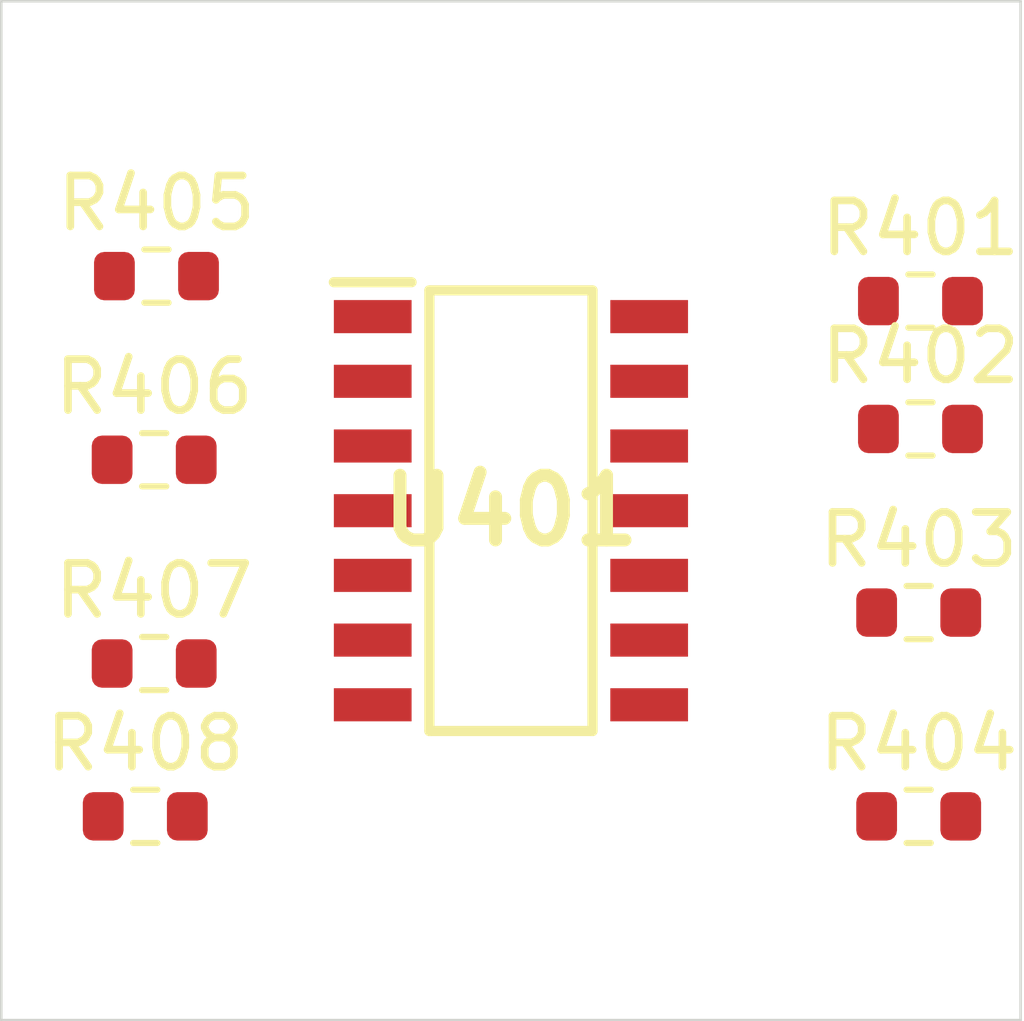
<source format=kicad_pcb>
(kicad_pcb (version 20171130) (host pcbnew 5.1.12-84ad8e8a86~92~ubuntu18.04.1)

  (general
    (thickness 1.6)
    (drawings 4)
    (tracks 0)
    (zones 0)
    (modules 9)
    (nets 14)
  )

  (page A4)
  (layers
    (0 F.Cu signal)
    (31 B.Cu signal)
    (32 B.Adhes user)
    (33 F.Adhes user)
    (34 B.Paste user)
    (35 F.Paste user)
    (36 B.SilkS user)
    (37 F.SilkS user)
    (38 B.Mask user)
    (39 F.Mask user)
    (40 Dwgs.User user)
    (41 Cmts.User user)
    (42 Eco1.User user)
    (43 Eco2.User user)
    (44 Edge.Cuts user)
    (45 Margin user)
    (46 B.CrtYd user)
    (47 F.CrtYd user)
    (48 B.Fab user)
    (49 F.Fab user)
  )

  (setup
    (last_trace_width 0.25)
    (trace_clearance 0.2)
    (zone_clearance 0.508)
    (zone_45_only no)
    (trace_min 0.2)
    (via_size 0.8)
    (via_drill 0.4)
    (via_min_size 0.4)
    (via_min_drill 0.3)
    (uvia_size 0.3)
    (uvia_drill 0.1)
    (uvias_allowed no)
    (uvia_min_size 0.2)
    (uvia_min_drill 0.1)
    (edge_width 0.05)
    (segment_width 0.2)
    (pcb_text_width 0.3)
    (pcb_text_size 1.5 1.5)
    (mod_edge_width 0.12)
    (mod_text_size 1 1)
    (mod_text_width 0.15)
    (pad_size 1.524 1.524)
    (pad_drill 0.762)
    (pad_to_mask_clearance 0)
    (aux_axis_origin 0 0)
    (visible_elements FFFFFF7F)
    (pcbplotparams
      (layerselection 0x010fc_ffffffff)
      (usegerberextensions false)
      (usegerberattributes true)
      (usegerberadvancedattributes true)
      (creategerberjobfile true)
      (excludeedgelayer true)
      (linewidth 0.100000)
      (plotframeref false)
      (viasonmask false)
      (mode 1)
      (useauxorigin false)
      (hpglpennumber 1)
      (hpglpenspeed 20)
      (hpglpendiameter 15.000000)
      (psnegative false)
      (psa4output false)
      (plotreference true)
      (plotvalue true)
      (plotinvisibletext false)
      (padsonsilk false)
      (subtractmaskfromsilk false)
      (outputformat 1)
      (mirror false)
      (drillshape 1)
      (scaleselection 1)
      (outputdirectory ""))
  )

  (net 0 "")
  (net 1 /Sheet6235D886/vp)
  (net 2 /Sheet6248AD22/chn0)
  (net 3 /Sheet6248AD22/chn1)
  (net 4 /Sheet6248AD22/chn2)
  (net 5 /Sheet6248AD22/chn3)
  (net 6 "Net-(R401-Pad2)")
  (net 7 "Net-(R402-Pad2)")
  (net 8 "Net-(R403-Pad2)")
  (net 9 "Net-(R404-Pad2)")
  (net 10 /Sheet6248AD22/chn0_n)
  (net 11 /Sheet6248AD22/chn1_n)
  (net 12 /Sheet6248AD22/chn2_n)
  (net 13 /Sheet6248AD22/chn3_n)

  (net_class Default "This is the default net class."
    (clearance 0.2)
    (trace_width 0.25)
    (via_dia 0.8)
    (via_drill 0.4)
    (uvia_dia 0.3)
    (uvia_drill 0.1)
    (add_net /Sheet6235D886/vp)
    (add_net /Sheet6248AD22/chn0)
    (add_net /Sheet6248AD22/chn0_n)
    (add_net /Sheet6248AD22/chn1)
    (add_net /Sheet6248AD22/chn1_n)
    (add_net /Sheet6248AD22/chn2)
    (add_net /Sheet6248AD22/chn2_n)
    (add_net /Sheet6248AD22/chn3)
    (add_net /Sheet6248AD22/chn3_n)
    (add_net "Net-(R401-Pad2)")
    (add_net "Net-(R402-Pad2)")
    (add_net "Net-(R403-Pad2)")
    (add_net "Net-(R404-Pad2)")
  )

  (module Resistor_SMD:R_0603_1608Metric (layer F.Cu) (tedit 5F68FEEE) (tstamp 623425C8)
    (at 98.035001 105.885001)
    (descr "Resistor SMD 0603 (1608 Metric), square (rectangular) end terminal, IPC_7351 nominal, (Body size source: IPC-SM-782 page 72, https://www.pcb-3d.com/wordpress/wp-content/uploads/ipc-sm-782a_amendment_1_and_2.pdf), generated with kicad-footprint-generator")
    (tags resistor)
    (path /6248AD23/6249ADFD)
    (attr smd)
    (fp_text reference R401 (at 0 -1.43) (layer F.SilkS)
      (effects (font (size 1 1) (thickness 0.15)))
    )
    (fp_text value 10M (at 0 1.43) (layer F.Fab)
      (effects (font (size 1 1) (thickness 0.15)))
    )
    (fp_line (start -0.8 0.4125) (end -0.8 -0.4125) (layer F.Fab) (width 0.1))
    (fp_line (start -0.8 -0.4125) (end 0.8 -0.4125) (layer F.Fab) (width 0.1))
    (fp_line (start 0.8 -0.4125) (end 0.8 0.4125) (layer F.Fab) (width 0.1))
    (fp_line (start 0.8 0.4125) (end -0.8 0.4125) (layer F.Fab) (width 0.1))
    (fp_line (start -0.237258 -0.5225) (end 0.237258 -0.5225) (layer F.SilkS) (width 0.12))
    (fp_line (start -0.237258 0.5225) (end 0.237258 0.5225) (layer F.SilkS) (width 0.12))
    (fp_line (start -1.48 0.73) (end -1.48 -0.73) (layer F.CrtYd) (width 0.05))
    (fp_line (start -1.48 -0.73) (end 1.48 -0.73) (layer F.CrtYd) (width 0.05))
    (fp_line (start 1.48 -0.73) (end 1.48 0.73) (layer F.CrtYd) (width 0.05))
    (fp_line (start 1.48 0.73) (end -1.48 0.73) (layer F.CrtYd) (width 0.05))
    (fp_text user %R (at 0 0) (layer F.Fab)
      (effects (font (size 0.4 0.4) (thickness 0.06)))
    )
    (pad 2 smd roundrect (at 0.825 0) (size 0.8 0.95) (layers F.Cu F.Paste F.Mask) (roundrect_rratio 0.25)
      (net 6 "Net-(R401-Pad2)"))
    (pad 1 smd roundrect (at -0.825 0) (size 0.8 0.95) (layers F.Cu F.Paste F.Mask) (roundrect_rratio 0.25)
      (net 10 /Sheet6248AD22/chn0_n))
    (model ${KISYS3DMOD}/Resistor_SMD.3dshapes/R_0603_1608Metric.wrl
      (at (xyz 0 0 0))
      (scale (xyz 1 1 1))
      (rotate (xyz 0 0 0))
    )
  )

  (module Resistor_SMD:R_0603_1608Metric (layer F.Cu) (tedit 5F68FEEE) (tstamp 623425D9)
    (at 98.035001 108.395001)
    (descr "Resistor SMD 0603 (1608 Metric), square (rectangular) end terminal, IPC_7351 nominal, (Body size source: IPC-SM-782 page 72, https://www.pcb-3d.com/wordpress/wp-content/uploads/ipc-sm-782a_amendment_1_and_2.pdf), generated with kicad-footprint-generator")
    (tags resistor)
    (path /6248AD23/6249B75E)
    (attr smd)
    (fp_text reference R402 (at 0 -1.43) (layer F.SilkS)
      (effects (font (size 1 1) (thickness 0.15)))
    )
    (fp_text value 10M (at 0 1.43) (layer F.Fab)
      (effects (font (size 1 1) (thickness 0.15)))
    )
    (fp_line (start 1.48 0.73) (end -1.48 0.73) (layer F.CrtYd) (width 0.05))
    (fp_line (start 1.48 -0.73) (end 1.48 0.73) (layer F.CrtYd) (width 0.05))
    (fp_line (start -1.48 -0.73) (end 1.48 -0.73) (layer F.CrtYd) (width 0.05))
    (fp_line (start -1.48 0.73) (end -1.48 -0.73) (layer F.CrtYd) (width 0.05))
    (fp_line (start -0.237258 0.5225) (end 0.237258 0.5225) (layer F.SilkS) (width 0.12))
    (fp_line (start -0.237258 -0.5225) (end 0.237258 -0.5225) (layer F.SilkS) (width 0.12))
    (fp_line (start 0.8 0.4125) (end -0.8 0.4125) (layer F.Fab) (width 0.1))
    (fp_line (start 0.8 -0.4125) (end 0.8 0.4125) (layer F.Fab) (width 0.1))
    (fp_line (start -0.8 -0.4125) (end 0.8 -0.4125) (layer F.Fab) (width 0.1))
    (fp_line (start -0.8 0.4125) (end -0.8 -0.4125) (layer F.Fab) (width 0.1))
    (fp_text user %R (at 0 0) (layer F.Fab)
      (effects (font (size 0.4 0.4) (thickness 0.06)))
    )
    (pad 1 smd roundrect (at -0.825 0) (size 0.8 0.95) (layers F.Cu F.Paste F.Mask) (roundrect_rratio 0.25)
      (net 11 /Sheet6248AD22/chn1_n))
    (pad 2 smd roundrect (at 0.825 0) (size 0.8 0.95) (layers F.Cu F.Paste F.Mask) (roundrect_rratio 0.25)
      (net 7 "Net-(R402-Pad2)"))
    (model ${KISYS3DMOD}/Resistor_SMD.3dshapes/R_0603_1608Metric.wrl
      (at (xyz 0 0 0))
      (scale (xyz 1 1 1))
      (rotate (xyz 0 0 0))
    )
  )

  (module Resistor_SMD:R_0603_1608Metric (layer F.Cu) (tedit 5F68FEEE) (tstamp 623425EA)
    (at 98 112)
    (descr "Resistor SMD 0603 (1608 Metric), square (rectangular) end terminal, IPC_7351 nominal, (Body size source: IPC-SM-782 page 72, https://www.pcb-3d.com/wordpress/wp-content/uploads/ipc-sm-782a_amendment_1_and_2.pdf), generated with kicad-footprint-generator")
    (tags resistor)
    (path /6248AD23/6249FB7A)
    (attr smd)
    (fp_text reference R403 (at 0 -1.43) (layer F.SilkS)
      (effects (font (size 1 1) (thickness 0.15)))
    )
    (fp_text value 10M (at 0 1.43) (layer F.Fab)
      (effects (font (size 1 1) (thickness 0.15)))
    )
    (fp_line (start 1.48 0.73) (end -1.48 0.73) (layer F.CrtYd) (width 0.05))
    (fp_line (start 1.48 -0.73) (end 1.48 0.73) (layer F.CrtYd) (width 0.05))
    (fp_line (start -1.48 -0.73) (end 1.48 -0.73) (layer F.CrtYd) (width 0.05))
    (fp_line (start -1.48 0.73) (end -1.48 -0.73) (layer F.CrtYd) (width 0.05))
    (fp_line (start -0.237258 0.5225) (end 0.237258 0.5225) (layer F.SilkS) (width 0.12))
    (fp_line (start -0.237258 -0.5225) (end 0.237258 -0.5225) (layer F.SilkS) (width 0.12))
    (fp_line (start 0.8 0.4125) (end -0.8 0.4125) (layer F.Fab) (width 0.1))
    (fp_line (start 0.8 -0.4125) (end 0.8 0.4125) (layer F.Fab) (width 0.1))
    (fp_line (start -0.8 -0.4125) (end 0.8 -0.4125) (layer F.Fab) (width 0.1))
    (fp_line (start -0.8 0.4125) (end -0.8 -0.4125) (layer F.Fab) (width 0.1))
    (fp_text user %R (at 0 0) (layer F.Fab)
      (effects (font (size 0.4 0.4) (thickness 0.06)))
    )
    (pad 1 smd roundrect (at -0.825 0) (size 0.8 0.95) (layers F.Cu F.Paste F.Mask) (roundrect_rratio 0.25)
      (net 12 /Sheet6248AD22/chn2_n))
    (pad 2 smd roundrect (at 0.825 0) (size 0.8 0.95) (layers F.Cu F.Paste F.Mask) (roundrect_rratio 0.25)
      (net 8 "Net-(R403-Pad2)"))
    (model ${KISYS3DMOD}/Resistor_SMD.3dshapes/R_0603_1608Metric.wrl
      (at (xyz 0 0 0))
      (scale (xyz 1 1 1))
      (rotate (xyz 0 0 0))
    )
  )

  (module Resistor_SMD:R_0603_1608Metric (layer F.Cu) (tedit 5F68FEEE) (tstamp 623425FB)
    (at 98 116)
    (descr "Resistor SMD 0603 (1608 Metric), square (rectangular) end terminal, IPC_7351 nominal, (Body size source: IPC-SM-782 page 72, https://www.pcb-3d.com/wordpress/wp-content/uploads/ipc-sm-782a_amendment_1_and_2.pdf), generated with kicad-footprint-generator")
    (tags resistor)
    (path /6248AD23/6249FB74)
    (attr smd)
    (fp_text reference R404 (at 0 -1.43) (layer F.SilkS)
      (effects (font (size 1 1) (thickness 0.15)))
    )
    (fp_text value 10M (at 0 1.43) (layer F.Fab)
      (effects (font (size 1 1) (thickness 0.15)))
    )
    (fp_line (start -0.8 0.4125) (end -0.8 -0.4125) (layer F.Fab) (width 0.1))
    (fp_line (start -0.8 -0.4125) (end 0.8 -0.4125) (layer F.Fab) (width 0.1))
    (fp_line (start 0.8 -0.4125) (end 0.8 0.4125) (layer F.Fab) (width 0.1))
    (fp_line (start 0.8 0.4125) (end -0.8 0.4125) (layer F.Fab) (width 0.1))
    (fp_line (start -0.237258 -0.5225) (end 0.237258 -0.5225) (layer F.SilkS) (width 0.12))
    (fp_line (start -0.237258 0.5225) (end 0.237258 0.5225) (layer F.SilkS) (width 0.12))
    (fp_line (start -1.48 0.73) (end -1.48 -0.73) (layer F.CrtYd) (width 0.05))
    (fp_line (start -1.48 -0.73) (end 1.48 -0.73) (layer F.CrtYd) (width 0.05))
    (fp_line (start 1.48 -0.73) (end 1.48 0.73) (layer F.CrtYd) (width 0.05))
    (fp_line (start 1.48 0.73) (end -1.48 0.73) (layer F.CrtYd) (width 0.05))
    (fp_text user %R (at 0 0) (layer F.Fab)
      (effects (font (size 0.4 0.4) (thickness 0.06)))
    )
    (pad 2 smd roundrect (at 0.825 0) (size 0.8 0.95) (layers F.Cu F.Paste F.Mask) (roundrect_rratio 0.25)
      (net 9 "Net-(R404-Pad2)"))
    (pad 1 smd roundrect (at -0.825 0) (size 0.8 0.95) (layers F.Cu F.Paste F.Mask) (roundrect_rratio 0.25)
      (net 13 /Sheet6248AD22/chn3_n))
    (model ${KISYS3DMOD}/Resistor_SMD.3dshapes/R_0603_1608Metric.wrl
      (at (xyz 0 0 0))
      (scale (xyz 1 1 1))
      (rotate (xyz 0 0 0))
    )
  )

  (module Resistor_SMD:R_0603_1608Metric (layer F.Cu) (tedit 5F68FEEE) (tstamp 6234260C)
    (at 83.045001 105.395001)
    (descr "Resistor SMD 0603 (1608 Metric), square (rectangular) end terminal, IPC_7351 nominal, (Body size source: IPC-SM-782 page 72, https://www.pcb-3d.com/wordpress/wp-content/uploads/ipc-sm-782a_amendment_1_and_2.pdf), generated with kicad-footprint-generator")
    (tags resistor)
    (path /6248AD23/62497F62)
    (attr smd)
    (fp_text reference R405 (at 0 -1.43) (layer F.SilkS)
      (effects (font (size 1 1) (thickness 0.15)))
    )
    (fp_text value 750k (at 0 1.43) (layer F.Fab)
      (effects (font (size 1 1) (thickness 0.15)))
    )
    (fp_line (start -0.8 0.4125) (end -0.8 -0.4125) (layer F.Fab) (width 0.1))
    (fp_line (start -0.8 -0.4125) (end 0.8 -0.4125) (layer F.Fab) (width 0.1))
    (fp_line (start 0.8 -0.4125) (end 0.8 0.4125) (layer F.Fab) (width 0.1))
    (fp_line (start 0.8 0.4125) (end -0.8 0.4125) (layer F.Fab) (width 0.1))
    (fp_line (start -0.237258 -0.5225) (end 0.237258 -0.5225) (layer F.SilkS) (width 0.12))
    (fp_line (start -0.237258 0.5225) (end 0.237258 0.5225) (layer F.SilkS) (width 0.12))
    (fp_line (start -1.48 0.73) (end -1.48 -0.73) (layer F.CrtYd) (width 0.05))
    (fp_line (start -1.48 -0.73) (end 1.48 -0.73) (layer F.CrtYd) (width 0.05))
    (fp_line (start 1.48 -0.73) (end 1.48 0.73) (layer F.CrtYd) (width 0.05))
    (fp_line (start 1.48 0.73) (end -1.48 0.73) (layer F.CrtYd) (width 0.05))
    (fp_text user %R (at 0 0) (layer F.Fab)
      (effects (font (size 0.4 0.4) (thickness 0.06)))
    )
    (pad 2 smd roundrect (at 0.825 0) (size 0.8 0.95) (layers F.Cu F.Paste F.Mask) (roundrect_rratio 0.25)
      (net 6 "Net-(R401-Pad2)"))
    (pad 1 smd roundrect (at -0.825 0) (size 0.8 0.95) (layers F.Cu F.Paste F.Mask) (roundrect_rratio 0.25)
      (net 1 /Sheet6235D886/vp))
    (model ${KISYS3DMOD}/Resistor_SMD.3dshapes/R_0603_1608Metric.wrl
      (at (xyz 0 0 0))
      (scale (xyz 1 1 1))
      (rotate (xyz 0 0 0))
    )
  )

  (module Resistor_SMD:R_0603_1608Metric (layer F.Cu) (tedit 5F68FEEE) (tstamp 6234261D)
    (at 83 109)
    (descr "Resistor SMD 0603 (1608 Metric), square (rectangular) end terminal, IPC_7351 nominal, (Body size source: IPC-SM-782 page 72, https://www.pcb-3d.com/wordpress/wp-content/uploads/ipc-sm-782a_amendment_1_and_2.pdf), generated with kicad-footprint-generator")
    (tags resistor)
    (path /6248AD23/62499098)
    (attr smd)
    (fp_text reference R406 (at 0 -1.43) (layer F.SilkS)
      (effects (font (size 1 1) (thickness 0.15)))
    )
    (fp_text value 750k (at 0 1.43) (layer F.Fab)
      (effects (font (size 1 1) (thickness 0.15)))
    )
    (fp_line (start 1.48 0.73) (end -1.48 0.73) (layer F.CrtYd) (width 0.05))
    (fp_line (start 1.48 -0.73) (end 1.48 0.73) (layer F.CrtYd) (width 0.05))
    (fp_line (start -1.48 -0.73) (end 1.48 -0.73) (layer F.CrtYd) (width 0.05))
    (fp_line (start -1.48 0.73) (end -1.48 -0.73) (layer F.CrtYd) (width 0.05))
    (fp_line (start -0.237258 0.5225) (end 0.237258 0.5225) (layer F.SilkS) (width 0.12))
    (fp_line (start -0.237258 -0.5225) (end 0.237258 -0.5225) (layer F.SilkS) (width 0.12))
    (fp_line (start 0.8 0.4125) (end -0.8 0.4125) (layer F.Fab) (width 0.1))
    (fp_line (start 0.8 -0.4125) (end 0.8 0.4125) (layer F.Fab) (width 0.1))
    (fp_line (start -0.8 -0.4125) (end 0.8 -0.4125) (layer F.Fab) (width 0.1))
    (fp_line (start -0.8 0.4125) (end -0.8 -0.4125) (layer F.Fab) (width 0.1))
    (fp_text user %R (at 0 0) (layer F.Fab)
      (effects (font (size 0.4 0.4) (thickness 0.06)))
    )
    (pad 1 smd roundrect (at -0.825 0) (size 0.8 0.95) (layers F.Cu F.Paste F.Mask) (roundrect_rratio 0.25)
      (net 1 /Sheet6235D886/vp))
    (pad 2 smd roundrect (at 0.825 0) (size 0.8 0.95) (layers F.Cu F.Paste F.Mask) (roundrect_rratio 0.25)
      (net 7 "Net-(R402-Pad2)"))
    (model ${KISYS3DMOD}/Resistor_SMD.3dshapes/R_0603_1608Metric.wrl
      (at (xyz 0 0 0))
      (scale (xyz 1 1 1))
      (rotate (xyz 0 0 0))
    )
  )

  (module Resistor_SMD:R_0603_1608Metric (layer F.Cu) (tedit 5F68FEEE) (tstamp 6234262E)
    (at 83 113)
    (descr "Resistor SMD 0603 (1608 Metric), square (rectangular) end terminal, IPC_7351 nominal, (Body size source: IPC-SM-782 page 72, https://www.pcb-3d.com/wordpress/wp-content/uploads/ipc-sm-782a_amendment_1_and_2.pdf), generated with kicad-footprint-generator")
    (tags resistor)
    (path /6248AD23/624A0FFB)
    (attr smd)
    (fp_text reference R407 (at 0 -1.43) (layer F.SilkS)
      (effects (font (size 1 1) (thickness 0.15)))
    )
    (fp_text value 1.5M (at 0 1.43) (layer F.Fab)
      (effects (font (size 1 1) (thickness 0.15)))
    )
    (fp_line (start 1.48 0.73) (end -1.48 0.73) (layer F.CrtYd) (width 0.05))
    (fp_line (start 1.48 -0.73) (end 1.48 0.73) (layer F.CrtYd) (width 0.05))
    (fp_line (start -1.48 -0.73) (end 1.48 -0.73) (layer F.CrtYd) (width 0.05))
    (fp_line (start -1.48 0.73) (end -1.48 -0.73) (layer F.CrtYd) (width 0.05))
    (fp_line (start -0.237258 0.5225) (end 0.237258 0.5225) (layer F.SilkS) (width 0.12))
    (fp_line (start -0.237258 -0.5225) (end 0.237258 -0.5225) (layer F.SilkS) (width 0.12))
    (fp_line (start 0.8 0.4125) (end -0.8 0.4125) (layer F.Fab) (width 0.1))
    (fp_line (start 0.8 -0.4125) (end 0.8 0.4125) (layer F.Fab) (width 0.1))
    (fp_line (start -0.8 -0.4125) (end 0.8 -0.4125) (layer F.Fab) (width 0.1))
    (fp_line (start -0.8 0.4125) (end -0.8 -0.4125) (layer F.Fab) (width 0.1))
    (fp_text user %R (at 0 0) (layer F.Fab)
      (effects (font (size 0.4 0.4) (thickness 0.06)))
    )
    (pad 1 smd roundrect (at -0.825 0) (size 0.8 0.95) (layers F.Cu F.Paste F.Mask) (roundrect_rratio 0.25)
      (net 1 /Sheet6235D886/vp))
    (pad 2 smd roundrect (at 0.825 0) (size 0.8 0.95) (layers F.Cu F.Paste F.Mask) (roundrect_rratio 0.25)
      (net 8 "Net-(R403-Pad2)"))
    (model ${KISYS3DMOD}/Resistor_SMD.3dshapes/R_0603_1608Metric.wrl
      (at (xyz 0 0 0))
      (scale (xyz 1 1 1))
      (rotate (xyz 0 0 0))
    )
  )

  (module Resistor_SMD:R_0603_1608Metric (layer F.Cu) (tedit 5F68FEEE) (tstamp 6234263F)
    (at 82.825 116)
    (descr "Resistor SMD 0603 (1608 Metric), square (rectangular) end terminal, IPC_7351 nominal, (Body size source: IPC-SM-782 page 72, https://www.pcb-3d.com/wordpress/wp-content/uploads/ipc-sm-782a_amendment_1_and_2.pdf), generated with kicad-footprint-generator")
    (tags resistor)
    (path /6248AD23/624A093C)
    (attr smd)
    (fp_text reference R408 (at 0 -1.43) (layer F.SilkS)
      (effects (font (size 1 1) (thickness 0.15)))
    )
    (fp_text value 1.5M (at 0 1.43) (layer F.Fab)
      (effects (font (size 1 1) (thickness 0.15)))
    )
    (fp_line (start -0.8 0.4125) (end -0.8 -0.4125) (layer F.Fab) (width 0.1))
    (fp_line (start -0.8 -0.4125) (end 0.8 -0.4125) (layer F.Fab) (width 0.1))
    (fp_line (start 0.8 -0.4125) (end 0.8 0.4125) (layer F.Fab) (width 0.1))
    (fp_line (start 0.8 0.4125) (end -0.8 0.4125) (layer F.Fab) (width 0.1))
    (fp_line (start -0.237258 -0.5225) (end 0.237258 -0.5225) (layer F.SilkS) (width 0.12))
    (fp_line (start -0.237258 0.5225) (end 0.237258 0.5225) (layer F.SilkS) (width 0.12))
    (fp_line (start -1.48 0.73) (end -1.48 -0.73) (layer F.CrtYd) (width 0.05))
    (fp_line (start -1.48 -0.73) (end 1.48 -0.73) (layer F.CrtYd) (width 0.05))
    (fp_line (start 1.48 -0.73) (end 1.48 0.73) (layer F.CrtYd) (width 0.05))
    (fp_line (start 1.48 0.73) (end -1.48 0.73) (layer F.CrtYd) (width 0.05))
    (fp_text user %R (at 0 0) (layer F.Fab)
      (effects (font (size 0.4 0.4) (thickness 0.06)))
    )
    (pad 2 smd roundrect (at 0.825 0) (size 0.8 0.95) (layers F.Cu F.Paste F.Mask) (roundrect_rratio 0.25)
      (net 9 "Net-(R404-Pad2)"))
    (pad 1 smd roundrect (at -0.825 0) (size 0.8 0.95) (layers F.Cu F.Paste F.Mask) (roundrect_rratio 0.25)
      (net 1 /Sheet6235D886/vp))
    (model ${KISYS3DMOD}/Resistor_SMD.3dshapes/R_0603_1608Metric.wrl
      (at (xyz 0 0 0))
      (scale (xyz 1 1 1))
      (rotate (xyz 0 0 0))
    )
  )

  (module TL074HIDR:SOIC127P600X175-14N locked (layer F.Cu) (tedit 62336F37) (tstamp 62342709)
    (at 90 110)
    (descr "D (-R-PDSO-G14)")
    (tags "Integrated Circuit")
    (path /6248AD23/624976B2)
    (attr smd)
    (fp_text reference U401 (at 0 0) (layer F.SilkS)
      (effects (font (size 1.27 1.27) (thickness 0.254)))
    )
    (fp_text value TL074 (at 0 0) (layer F.SilkS) hide
      (effects (font (size 1.27 1.27) (thickness 0.254)))
    )
    (fp_line (start -3.725 -4.625) (end 3.725 -4.625) (layer Dwgs.User) (width 0.05))
    (fp_line (start 3.725 -4.625) (end 3.725 4.625) (layer Dwgs.User) (width 0.05))
    (fp_line (start 3.725 4.625) (end -3.725 4.625) (layer Dwgs.User) (width 0.05))
    (fp_line (start -3.725 4.625) (end -3.725 -4.625) (layer Dwgs.User) (width 0.05))
    (fp_line (start -1.95 -4.325) (end 1.95 -4.325) (layer Dwgs.User) (width 0.1))
    (fp_line (start 1.95 -4.325) (end 1.95 4.325) (layer Dwgs.User) (width 0.1))
    (fp_line (start 1.95 4.325) (end -1.95 4.325) (layer Dwgs.User) (width 0.1))
    (fp_line (start -1.95 4.325) (end -1.95 -4.325) (layer Dwgs.User) (width 0.1))
    (fp_line (start -1.95 -3.055) (end -0.68 -4.325) (layer Dwgs.User) (width 0.1))
    (fp_line (start -1.6 -4.325) (end 1.6 -4.325) (layer F.SilkS) (width 0.2))
    (fp_line (start 1.6 -4.325) (end 1.6 4.325) (layer F.SilkS) (width 0.2))
    (fp_line (start 1.6 4.325) (end -1.6 4.325) (layer F.SilkS) (width 0.2))
    (fp_line (start -1.6 4.325) (end -1.6 -4.325) (layer F.SilkS) (width 0.2))
    (fp_line (start -3.475 -4.485) (end -1.95 -4.485) (layer F.SilkS) (width 0.2))
    (pad 1 smd rect (at -2.712 -3.81 90) (size 0.65 1.525) (layers F.Cu F.Paste F.Mask)
      (net 2 /Sheet6248AD22/chn0))
    (pad 2 smd rect (at -2.712 -2.54 90) (size 0.65 1.525) (layers F.Cu F.Paste F.Mask)
      (net 2 /Sheet6248AD22/chn0))
    (pad 3 smd rect (at -2.712 -1.27 90) (size 0.65 1.525) (layers F.Cu F.Paste F.Mask)
      (net 6 "Net-(R401-Pad2)"))
    (pad 4 smd rect (at -2.712 0 90) (size 0.65 1.525) (layers F.Cu F.Paste F.Mask))
    (pad 5 smd rect (at -2.712 1.27 90) (size 0.65 1.525) (layers F.Cu F.Paste F.Mask)
      (net 7 "Net-(R402-Pad2)"))
    (pad 6 smd rect (at -2.712 2.54 90) (size 0.65 1.525) (layers F.Cu F.Paste F.Mask)
      (net 3 /Sheet6248AD22/chn1))
    (pad 7 smd rect (at -2.712 3.81 90) (size 0.65 1.525) (layers F.Cu F.Paste F.Mask)
      (net 3 /Sheet6248AD22/chn1))
    (pad 8 smd rect (at 2.712 3.81 90) (size 0.65 1.525) (layers F.Cu F.Paste F.Mask)
      (net 4 /Sheet6248AD22/chn2))
    (pad 9 smd rect (at 2.712 2.54 90) (size 0.65 1.525) (layers F.Cu F.Paste F.Mask)
      (net 4 /Sheet6248AD22/chn2))
    (pad 10 smd rect (at 2.712 1.27 90) (size 0.65 1.525) (layers F.Cu F.Paste F.Mask)
      (net 8 "Net-(R403-Pad2)"))
    (pad 11 smd rect (at 2.712 0 90) (size 0.65 1.525) (layers F.Cu F.Paste F.Mask))
    (pad 12 smd rect (at 2.712 -1.27 90) (size 0.65 1.525) (layers F.Cu F.Paste F.Mask)
      (net 9 "Net-(R404-Pad2)"))
    (pad 13 smd rect (at 2.712 -2.54 90) (size 0.65 1.525) (layers F.Cu F.Paste F.Mask)
      (net 5 /Sheet6248AD22/chn3))
    (pad 14 smd rect (at 2.712 -3.81 90) (size 0.65 1.525) (layers F.Cu F.Paste F.Mask)
      (net 5 /Sheet6248AD22/chn3))
  )

  (gr_line (start 100 100) (end 100 120) (layer Edge.Cuts) (width 0.05) (tstamp 62E76D2A))
  (gr_line (start 80 120) (end 100 120) (layer Edge.Cuts) (width 0.05) (tstamp 62E76D27))
  (gr_line (start 80 100) (end 80 120) (layer Edge.Cuts) (width 0.05) (tstamp 6234110C))
  (gr_line (start 80 100) (end 100 100) (layer Edge.Cuts) (width 0.05))

)

</source>
